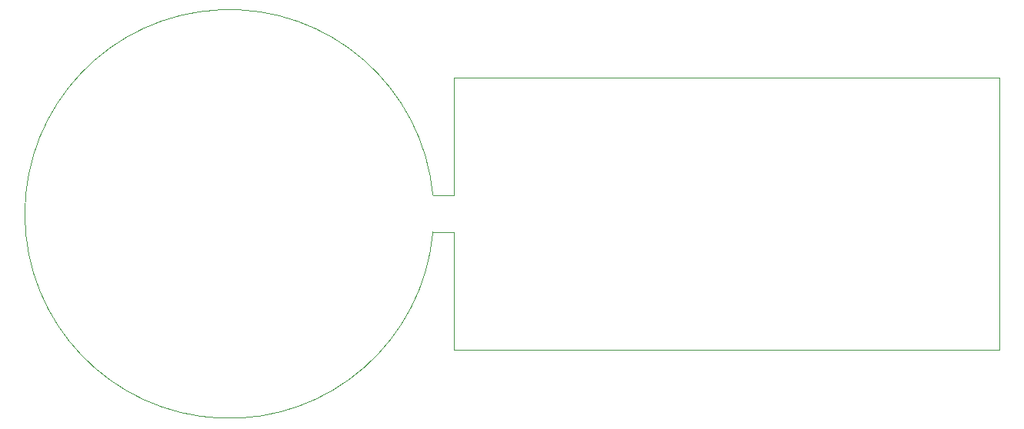
<source format=gbr>
%TF.GenerationSoftware,KiCad,Pcbnew,(6.0.9-0)*%
%TF.CreationDate,2023-02-26T22:19:27+01:00*%
%TF.ProjectId,FilamentSpoolScale,46696c61-6d65-46e7-9453-706f6f6c5363,rev?*%
%TF.SameCoordinates,Original*%
%TF.FileFunction,Profile,NP*%
%FSLAX46Y46*%
G04 Gerber Fmt 4.6, Leading zero omitted, Abs format (unit mm)*
G04 Created by KiCad (PCBNEW (6.0.9-0)) date 2023-02-26 22:19:27*
%MOMM*%
%LPD*%
G01*
G04 APERTURE LIST*
%TA.AperFunction,Profile*%
%ADD10C,0.100000*%
%TD*%
G04 APERTURE END LIST*
D10*
X131500000Y-32500000D02*
X71500000Y-32500000D01*
X131500000Y-62500000D02*
X71500000Y-62500000D01*
X71500000Y-45486362D02*
X69197107Y-45477556D01*
X131500000Y-32500000D02*
X131500000Y-62500000D01*
X69197107Y-45477556D02*
G75*
G03*
X24290000Y-47520000I-22407107J-2042444D01*
G01*
X71500000Y-62500000D02*
X71500000Y-49513638D01*
X71500000Y-32500000D02*
X71500000Y-45486362D01*
X24290000Y-47520000D02*
G75*
G03*
X69200000Y-49513638I22498585J-15000D01*
G01*
X69200000Y-49513638D02*
X71500000Y-49513638D01*
M02*

</source>
